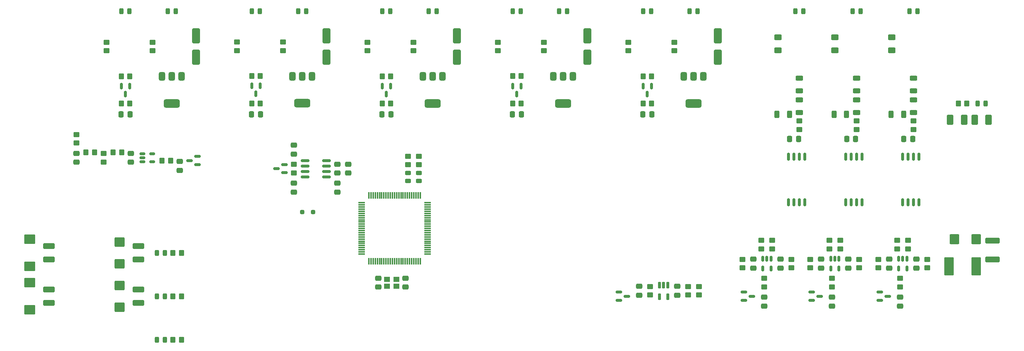
<source format=gtp>
%TF.GenerationSoftware,KiCad,Pcbnew,8.0.4*%
%TF.CreationDate,2025-03-26T21:29:21+03:00*%
%TF.ProjectId,PDU_Control_Board,5044555f-436f-46e7-9472-6f6c5f426f61,rev?*%
%TF.SameCoordinates,Original*%
%TF.FileFunction,Paste,Top*%
%TF.FilePolarity,Positive*%
%FSLAX46Y46*%
G04 Gerber Fmt 4.6, Leading zero omitted, Abs format (unit mm)*
G04 Created by KiCad (PCBNEW 8.0.4) date 2025-03-26 21:29:21*
%MOMM*%
%LPD*%
G01*
G04 APERTURE LIST*
G04 Aperture macros list*
%AMRoundRect*
0 Rectangle with rounded corners*
0 $1 Rounding radius*
0 $2 $3 $4 $5 $6 $7 $8 $9 X,Y pos of 4 corners*
0 Add a 4 corners polygon primitive as box body*
4,1,4,$2,$3,$4,$5,$6,$7,$8,$9,$2,$3,0*
0 Add four circle primitives for the rounded corners*
1,1,$1+$1,$2,$3*
1,1,$1+$1,$4,$5*
1,1,$1+$1,$6,$7*
1,1,$1+$1,$8,$9*
0 Add four rect primitives between the rounded corners*
20,1,$1+$1,$2,$3,$4,$5,0*
20,1,$1+$1,$4,$5,$6,$7,0*
20,1,$1+$1,$6,$7,$8,$9,0*
20,1,$1+$1,$8,$9,$2,$3,0*%
G04 Aperture macros list end*
%ADD10RoundRect,0.150000X-0.150000X0.587500X-0.150000X-0.587500X0.150000X-0.587500X0.150000X0.587500X0*%
%ADD11RoundRect,0.250000X0.475000X-0.337500X0.475000X0.337500X-0.475000X0.337500X-0.475000X-0.337500X0*%
%ADD12RoundRect,0.250000X-0.350000X-0.450000X0.350000X-0.450000X0.350000X0.450000X-0.350000X0.450000X0*%
%ADD13RoundRect,0.075000X0.075000X-0.725000X0.075000X0.725000X-0.075000X0.725000X-0.075000X-0.725000X0*%
%ADD14RoundRect,0.075000X0.725000X-0.075000X0.725000X0.075000X-0.725000X0.075000X-0.725000X-0.075000X0*%
%ADD15RoundRect,0.250000X-1.025000X0.875000X-1.025000X-0.875000X1.025000X-0.875000X1.025000X0.875000X0*%
%ADD16RoundRect,0.250000X-0.450000X0.350000X-0.450000X-0.350000X0.450000X-0.350000X0.450000X0.350000X0*%
%ADD17RoundRect,0.250000X0.350000X0.450000X-0.350000X0.450000X-0.350000X-0.450000X0.350000X-0.450000X0*%
%ADD18RoundRect,0.150000X-0.587500X-0.150000X0.587500X-0.150000X0.587500X0.150000X-0.587500X0.150000X0*%
%ADD19RoundRect,0.243750X-0.243750X-0.456250X0.243750X-0.456250X0.243750X0.456250X-0.243750X0.456250X0*%
%ADD20RoundRect,0.150000X-0.150000X0.750000X-0.150000X-0.750000X0.150000X-0.750000X0.150000X0.750000X0*%
%ADD21RoundRect,0.250000X0.625000X-0.312500X0.625000X0.312500X-0.625000X0.312500X-0.625000X-0.312500X0*%
%ADD22R,1.400000X1.200000*%
%ADD23RoundRect,0.250000X0.450000X-0.350000X0.450000X0.350000X-0.450000X0.350000X-0.450000X-0.350000X0*%
%ADD24RoundRect,0.375000X-0.375000X0.625000X-0.375000X-0.625000X0.375000X-0.625000X0.375000X0.625000X0*%
%ADD25RoundRect,0.500000X-1.400000X0.500000X-1.400000X-0.500000X1.400000X-0.500000X1.400000X0.500000X0*%
%ADD26RoundRect,0.250000X-0.475000X0.337500X-0.475000X-0.337500X0.475000X-0.337500X0.475000X0.337500X0*%
%ADD27RoundRect,0.243750X0.243750X0.456250X-0.243750X0.456250X-0.243750X-0.456250X0.243750X-0.456250X0*%
%ADD28RoundRect,0.250000X0.337500X0.475000X-0.337500X0.475000X-0.337500X-0.475000X0.337500X-0.475000X0*%
%ADD29RoundRect,0.250000X-0.925000X0.875000X-0.925000X-0.875000X0.925000X-0.875000X0.925000X0.875000X0*%
%ADD30RoundRect,0.150000X0.825000X0.150000X-0.825000X0.150000X-0.825000X-0.150000X0.825000X-0.150000X0*%
%ADD31RoundRect,0.250001X-0.499999X-0.924999X0.499999X-0.924999X0.499999X0.924999X-0.499999X0.924999X0*%
%ADD32RoundRect,0.250000X-0.650000X1.500000X-0.650000X-1.500000X0.650000X-1.500000X0.650000X1.500000X0*%
%ADD33RoundRect,0.250000X1.450000X-0.400000X1.450000X0.400000X-1.450000X0.400000X-1.450000X-0.400000X0*%
%ADD34RoundRect,0.150000X-0.150000X0.512500X-0.150000X-0.512500X0.150000X-0.512500X0.150000X0.512500X0*%
%ADD35RoundRect,0.162500X-0.162500X0.617500X-0.162500X-0.617500X0.162500X-0.617500X0.162500X0.617500X0*%
%ADD36RoundRect,0.243750X-0.456250X0.243750X-0.456250X-0.243750X0.456250X-0.243750X0.456250X0.243750X0*%
%ADD37RoundRect,0.150000X0.587500X0.150000X-0.587500X0.150000X-0.587500X-0.150000X0.587500X-0.150000X0*%
%ADD38RoundRect,0.250000X0.625000X-0.400000X0.625000X0.400000X-0.625000X0.400000X-0.625000X-0.400000X0*%
%ADD39RoundRect,0.250000X-1.100000X0.412500X-1.100000X-0.412500X1.100000X-0.412500X1.100000X0.412500X0*%
%ADD40RoundRect,0.250000X-0.250000X-0.250000X0.250000X-0.250000X0.250000X0.250000X-0.250000X0.250000X0*%
%ADD41RoundRect,0.250001X0.499999X0.924999X-0.499999X0.924999X-0.499999X-0.924999X0.499999X-0.924999X0*%
%ADD42RoundRect,0.250000X-0.312500X-0.625000X0.312500X-0.625000X0.312500X0.625000X-0.312500X0.625000X0*%
%ADD43RoundRect,0.250000X1.100000X-0.412500X1.100000X0.412500X-1.100000X0.412500X-1.100000X-0.412500X0*%
%ADD44RoundRect,0.150000X-0.512500X-0.150000X0.512500X-0.150000X0.512500X0.150000X-0.512500X0.150000X0*%
%ADD45RoundRect,0.250000X0.875000X0.925000X-0.875000X0.925000X-0.875000X-0.925000X0.875000X-0.925000X0*%
%ADD46RoundRect,0.250000X0.875000X1.875000X-0.875000X1.875000X-0.875000X-1.875000X0.875000X-1.875000X0*%
G04 APERTURE END LIST*
D10*
%TO.C,Q10*%
X248600000Y-181950500D03*
X246700000Y-181950500D03*
X247650000Y-183825500D03*
%TD*%
D11*
%TO.C,C30*%
X416560000Y-224557500D03*
X416560000Y-222482500D03*
%TD*%
%TO.C,C19*%
X297180000Y-202332500D03*
X297180000Y-200257500D03*
%TD*%
D12*
%TO.C,R67*%
X307610000Y-179705000D03*
X309610000Y-179705000D03*
%TD*%
D13*
%TO.C,U2*%
X304515000Y-222940000D03*
X305015000Y-222940000D03*
X305515000Y-222940000D03*
X306015000Y-222940000D03*
X306515000Y-222940000D03*
X307015000Y-222940000D03*
X307515000Y-222940000D03*
X308015000Y-222940000D03*
X308515000Y-222940000D03*
X309015000Y-222940000D03*
X309515000Y-222940000D03*
X310015000Y-222940000D03*
X310515000Y-222940000D03*
X311015000Y-222940000D03*
X311515000Y-222940000D03*
X312015000Y-222940000D03*
X312515000Y-222940000D03*
X313015000Y-222940000D03*
X313515000Y-222940000D03*
X314015000Y-222940000D03*
X314515000Y-222940000D03*
X315015000Y-222940000D03*
X315515000Y-222940000D03*
X316015000Y-222940000D03*
X316515000Y-222940000D03*
D14*
X318190000Y-221265000D03*
X318190000Y-220765000D03*
X318190000Y-220265000D03*
X318190000Y-219765000D03*
X318190000Y-219265000D03*
X318190000Y-218765000D03*
X318190000Y-218265000D03*
X318190000Y-217765000D03*
X318190000Y-217265000D03*
X318190000Y-216765000D03*
X318190000Y-216265000D03*
X318190000Y-215765000D03*
X318190000Y-215265000D03*
X318190000Y-214765000D03*
X318190000Y-214265000D03*
X318190000Y-213765000D03*
X318190000Y-213265000D03*
X318190000Y-212765000D03*
X318190000Y-212265000D03*
X318190000Y-211765000D03*
X318190000Y-211265000D03*
X318190000Y-210765000D03*
X318190000Y-210265000D03*
X318190000Y-209765000D03*
X318190000Y-209265000D03*
D13*
X316515000Y-207590000D03*
X316015000Y-207590000D03*
X315515000Y-207590000D03*
X315015000Y-207590000D03*
X314515000Y-207590000D03*
X314015000Y-207590000D03*
X313515000Y-207590000D03*
X313015000Y-207590000D03*
X312515000Y-207590000D03*
X312015000Y-207590000D03*
X311515000Y-207590000D03*
X311015000Y-207590000D03*
X310515000Y-207590000D03*
X310015000Y-207590000D03*
X309515000Y-207590000D03*
X309015000Y-207590000D03*
X308515000Y-207590000D03*
X308015000Y-207590000D03*
X307515000Y-207590000D03*
X307015000Y-207590000D03*
X306515000Y-207590000D03*
X306015000Y-207590000D03*
X305515000Y-207590000D03*
X305015000Y-207590000D03*
X304515000Y-207590000D03*
D14*
X302840000Y-209265000D03*
X302840000Y-209765000D03*
X302840000Y-210265000D03*
X302840000Y-210765000D03*
X302840000Y-211265000D03*
X302840000Y-211765000D03*
X302840000Y-212265000D03*
X302840000Y-212765000D03*
X302840000Y-213265000D03*
X302840000Y-213765000D03*
X302840000Y-214265000D03*
X302840000Y-214765000D03*
X302840000Y-215265000D03*
X302840000Y-215765000D03*
X302840000Y-216265000D03*
X302840000Y-216765000D03*
X302840000Y-217265000D03*
X302840000Y-217765000D03*
X302840000Y-218265000D03*
X302840000Y-218765000D03*
X302840000Y-219265000D03*
X302840000Y-219765000D03*
X302840000Y-220265000D03*
X302840000Y-220765000D03*
X302840000Y-221265000D03*
%TD*%
D15*
%TO.C,C66*%
X225298000Y-227940000D03*
X225298000Y-234340000D03*
%TD*%
D16*
%TO.C,R39*%
X412750000Y-226965000D03*
X412750000Y-228965000D03*
%TD*%
%TO.C,R56*%
X428625000Y-226965000D03*
X428625000Y-228965000D03*
%TD*%
%TO.C,R9*%
X379095000Y-228870000D03*
X379095000Y-230870000D03*
%TD*%
D17*
%TO.C,R37*%
X444230000Y-186055000D03*
X442230000Y-186055000D03*
%TD*%
D18*
%TO.C,D17*%
X408002500Y-230190000D03*
X408002500Y-232090000D03*
X409877500Y-231140000D03*
%TD*%
D19*
%TO.C,D20*%
X246712500Y-164465000D03*
X248587500Y-164465000D03*
%TD*%
%TO.C,D21*%
X368632500Y-164465000D03*
X370507500Y-164465000D03*
%TD*%
D20*
%TO.C,D34*%
X406400000Y-198510000D03*
X405130000Y-198510000D03*
X403860000Y-198510000D03*
X402590000Y-198510000D03*
X402590000Y-209160000D03*
X403860000Y-209160000D03*
X405130000Y-209160000D03*
X406400000Y-209160000D03*
%TD*%
D21*
%TO.C,R88*%
X405130000Y-188152500D03*
X405130000Y-185227500D03*
%TD*%
D12*
%TO.C,R73*%
X246650000Y-179705000D03*
X248650000Y-179705000D03*
%TD*%
D22*
%TO.C,Y2*%
X310980000Y-227165000D03*
X308780000Y-227165000D03*
X308780000Y-228765000D03*
X310980000Y-228765000D03*
%TD*%
D23*
%TO.C,R86*%
X405100000Y-192135000D03*
X405100000Y-190135000D03*
%TD*%
D24*
%TO.C,Q2*%
X321705000Y-179730000D03*
X319405000Y-179730000D03*
X317105000Y-179730000D03*
D25*
X319405000Y-186030000D03*
%TD*%
D16*
%TO.C,R28*%
X427990000Y-218075000D03*
X427990000Y-220075000D03*
%TD*%
D12*
%TO.C,R65*%
X277130000Y-179630000D03*
X279130000Y-179630000D03*
%TD*%
D11*
%TO.C,C8*%
X400685000Y-224557500D03*
X400685000Y-222482500D03*
%TD*%
D16*
%TO.C,R36*%
X242570000Y-197755000D03*
X242570000Y-199755000D03*
%TD*%
D26*
%TO.C,C38*%
X426085000Y-222482500D03*
X426085000Y-224557500D03*
%TD*%
D27*
%TO.C,D15*%
X256842500Y-241300000D03*
X254967500Y-241300000D03*
%TD*%
D16*
%TO.C,R6*%
X287020000Y-200295000D03*
X287020000Y-202295000D03*
%TD*%
D21*
%TO.C,R23*%
X431800000Y-183072500D03*
X431800000Y-180147500D03*
%TD*%
D28*
%TO.C,C52*%
X418232500Y-194310000D03*
X416157500Y-194310000D03*
%TD*%
D19*
%TO.C,D23*%
X307672500Y-164465000D03*
X309547500Y-164465000D03*
%TD*%
D23*
%TO.C,R17*%
X418465000Y-192135000D03*
X418465000Y-190135000D03*
%TD*%
D29*
%TO.C,C70*%
X246253000Y-228590000D03*
X246253000Y-233690000D03*
%TD*%
D30*
%TO.C,D1*%
X294575000Y-203200000D03*
X294575000Y-201930000D03*
X294575000Y-200660000D03*
X294575000Y-199390000D03*
X289625000Y-199390000D03*
X289625000Y-200660000D03*
X289625000Y-201930000D03*
X289625000Y-203200000D03*
%TD*%
D20*
%TO.C,D35*%
X419735000Y-198510000D03*
X418465000Y-198510000D03*
X417195000Y-198510000D03*
X415925000Y-198510000D03*
X415925000Y-209160000D03*
X417195000Y-209160000D03*
X418465000Y-209160000D03*
X419735000Y-209160000D03*
%TD*%
D31*
%TO.C,C65*%
X440335000Y-189865000D03*
X443585000Y-189865000D03*
%TD*%
D32*
%TO.C,D6*%
X325120000Y-170220000D03*
X325120000Y-175220000D03*
%TD*%
D12*
%TO.C,R69*%
X338090000Y-179638000D03*
X340090000Y-179638000D03*
%TD*%
D17*
%TO.C,R72*%
X370570000Y-186055000D03*
X368570000Y-186055000D03*
%TD*%
D23*
%TO.C,R33*%
X316230000Y-200390000D03*
X316230000Y-198390000D03*
%TD*%
%TO.C,R7*%
X381635000Y-230870000D03*
X381635000Y-228870000D03*
%TD*%
D12*
%TO.C,R38*%
X258715000Y-231140000D03*
X260715000Y-231140000D03*
%TD*%
D11*
%TO.C,C20*%
X287020000Y-197887500D03*
X287020000Y-195812500D03*
%TD*%
D10*
%TO.C,Q9*%
X370520000Y-181942500D03*
X368620000Y-181942500D03*
X369570000Y-183817500D03*
%TD*%
D26*
%TO.C,C32*%
X412750000Y-231372500D03*
X412750000Y-233447500D03*
%TD*%
D32*
%TO.C,D7*%
X294640000Y-170220000D03*
X294640000Y-175220000D03*
%TD*%
D33*
%TO.C,L1*%
X450215000Y-222570000D03*
X450215000Y-218120000D03*
%TD*%
D19*
%TO.C,D9*%
X287987500Y-164465000D03*
X289862500Y-164465000D03*
%TD*%
D34*
%TO.C,U1*%
X398460000Y-222382500D03*
X397510000Y-222382500D03*
X396560000Y-222382500D03*
X396560000Y-224657500D03*
X398460000Y-224657500D03*
%TD*%
D10*
%TO.C,Q6*%
X279080000Y-181867500D03*
X277180000Y-181867500D03*
X278130000Y-183742500D03*
%TD*%
D23*
%TO.C,R34*%
X313690000Y-200390000D03*
X313690000Y-198390000D03*
%TD*%
D35*
%TO.C,U4*%
X374330000Y-228520000D03*
X373380000Y-228520000D03*
X372430000Y-228520000D03*
X372430000Y-231220000D03*
X374330000Y-231220000D03*
%TD*%
D16*
%TO.C,R47*%
X407670000Y-222520000D03*
X407670000Y-224520000D03*
%TD*%
D36*
%TO.C,D38*%
X316230000Y-202262500D03*
X316230000Y-204137500D03*
%TD*%
D11*
%TO.C,C28*%
X367665000Y-230907500D03*
X367665000Y-228832500D03*
%TD*%
D37*
%TO.C,D2*%
X284782500Y-202245000D03*
X284782500Y-200345000D03*
X282907500Y-201295000D03*
%TD*%
D18*
%TO.C,D18*%
X423877500Y-230190000D03*
X423877500Y-232090000D03*
X425752500Y-231140000D03*
%TD*%
D38*
%TO.C,R82*%
X413385000Y-173635000D03*
X413385000Y-170535000D03*
%TD*%
%TO.C,R83*%
X400130000Y-173635000D03*
X400130000Y-170535000D03*
%TD*%
D16*
%TO.C,R19*%
X414655000Y-218075000D03*
X414655000Y-220075000D03*
%TD*%
D26*
%TO.C,C9*%
X306705000Y-226927500D03*
X306705000Y-229002500D03*
%TD*%
D16*
%TO.C,R80*%
X273685000Y-171645000D03*
X273685000Y-173645000D03*
%TD*%
D28*
%TO.C,C39*%
X279167500Y-188595000D03*
X277092500Y-188595000D03*
%TD*%
D19*
%TO.C,D22*%
X338152500Y-164465000D03*
X340027500Y-164465000D03*
%TD*%
D18*
%TO.C,D5*%
X392127500Y-230190000D03*
X392127500Y-232090000D03*
X394002500Y-231140000D03*
%TD*%
D10*
%TO.C,Q7*%
X309560000Y-181942500D03*
X307660000Y-181942500D03*
X308610000Y-183817500D03*
%TD*%
D17*
%TO.C,R74*%
X248650000Y-186055000D03*
X246650000Y-186055000D03*
%TD*%
D39*
%TO.C,C71*%
X250698000Y-229577500D03*
X250698000Y-232702500D03*
%TD*%
D27*
%TO.C,D27*%
X406067500Y-164465000D03*
X404192500Y-164465000D03*
%TD*%
D38*
%TO.C,R81*%
X426720000Y-173635000D03*
X426720000Y-170535000D03*
%TD*%
D28*
%TO.C,C49*%
X404897500Y-194310000D03*
X402822500Y-194310000D03*
%TD*%
D27*
%TO.C,D26*%
X419402500Y-164465000D03*
X417527500Y-164465000D03*
%TD*%
D34*
%TO.C,U5*%
X430210000Y-222382500D03*
X429260000Y-222382500D03*
X428310000Y-222382500D03*
X428310000Y-224657500D03*
X430210000Y-224657500D03*
%TD*%
D24*
%TO.C,Q3*%
X352185000Y-179730000D03*
X349885000Y-179730000D03*
X347585000Y-179730000D03*
D25*
X349885000Y-186030000D03*
%TD*%
D27*
%TO.C,D25*%
X432737500Y-164465000D03*
X430862500Y-164465000D03*
%TD*%
D26*
%TO.C,C46*%
X248920000Y-197717500D03*
X248920000Y-199792500D03*
%TD*%
D32*
%TO.C,D13*%
X264134000Y-170220000D03*
X264134000Y-175220000D03*
%TD*%
D16*
%TO.C,R5*%
X314960000Y-171720000D03*
X314960000Y-173720000D03*
%TD*%
D11*
%TO.C,C35*%
X432435000Y-224557500D03*
X432435000Y-222482500D03*
%TD*%
D29*
%TO.C,C26*%
X246253000Y-218430000D03*
X246253000Y-223530000D03*
%TD*%
D16*
%TO.C,R12*%
X254000000Y-171720000D03*
X254000000Y-173720000D03*
%TD*%
D12*
%TO.C,R13*%
X258715000Y-241300000D03*
X260715000Y-241300000D03*
%TD*%
D24*
%TO.C,Q5*%
X260745000Y-179730000D03*
X258445000Y-179730000D03*
X256145000Y-179730000D03*
D25*
X258445000Y-186030000D03*
%TD*%
D16*
%TO.C,R29*%
X396240000Y-218075000D03*
X396240000Y-220075000D03*
%TD*%
D23*
%TO.C,R48*%
X434975000Y-224520000D03*
X434975000Y-222520000D03*
%TD*%
D28*
%TO.C,C57*%
X431567500Y-194310000D03*
X429492500Y-194310000D03*
%TD*%
D40*
%TO.C,D3*%
X288945000Y-211455000D03*
X291445000Y-211455000D03*
%TD*%
D15*
%TO.C,C33*%
X225298000Y-217780000D03*
X225298000Y-224180000D03*
%TD*%
D41*
%TO.C,C64*%
X449300000Y-189865000D03*
X446050000Y-189865000D03*
%TD*%
D24*
%TO.C,Q1*%
X291225000Y-179655000D03*
X288925000Y-179655000D03*
X286625000Y-179655000D03*
D25*
X288925000Y-185955000D03*
%TD*%
D26*
%TO.C,C34*%
X410210000Y-222482500D03*
X410210000Y-224557500D03*
%TD*%
D11*
%TO.C,C18*%
X299720000Y-202332500D03*
X299720000Y-200257500D03*
%TD*%
D21*
%TO.C,R89*%
X405130000Y-183072500D03*
X405130000Y-180147500D03*
%TD*%
D16*
%TO.C,R78*%
X334645000Y-171720000D03*
X334645000Y-173720000D03*
%TD*%
D26*
%TO.C,C45*%
X260350000Y-199622500D03*
X260350000Y-201697500D03*
%TD*%
D10*
%TO.C,Q8*%
X340040000Y-181950500D03*
X338140000Y-181950500D03*
X339090000Y-183825500D03*
%TD*%
D39*
%TO.C,C24*%
X250698000Y-219417500D03*
X250698000Y-222542500D03*
%TD*%
D19*
%TO.C,D10*%
X318467500Y-164465000D03*
X320342500Y-164465000D03*
%TD*%
D16*
%TO.C,R10*%
X345440000Y-171720000D03*
X345440000Y-173720000D03*
%TD*%
%TO.C,R4*%
X284480000Y-171645000D03*
X284480000Y-173645000D03*
%TD*%
D42*
%TO.C,R18*%
X413192500Y-188595000D03*
X416117500Y-188595000D03*
%TD*%
D23*
%TO.C,R25*%
X431800000Y-192135000D03*
X431800000Y-190135000D03*
%TD*%
D21*
%TO.C,R15*%
X418465000Y-183072500D03*
X418465000Y-180147500D03*
%TD*%
D12*
%TO.C,R85*%
X244745000Y-197485000D03*
X246745000Y-197485000D03*
%TD*%
D36*
%TO.C,D39*%
X313690000Y-202262500D03*
X313690000Y-204137500D03*
%TD*%
D19*
%TO.C,D40*%
X446737500Y-186055000D03*
X448612500Y-186055000D03*
%TD*%
D16*
%TO.C,R22*%
X396875000Y-226965000D03*
X396875000Y-228965000D03*
%TD*%
D17*
%TO.C,R32*%
X240395000Y-197485000D03*
X238395000Y-197485000D03*
%TD*%
D32*
%TO.C,D4*%
X355600000Y-170220000D03*
X355600000Y-175220000D03*
%TD*%
D21*
%TO.C,R16*%
X418465000Y-188152500D03*
X418465000Y-185227500D03*
%TD*%
D34*
%TO.C,U3*%
X414335000Y-222382500D03*
X413385000Y-222382500D03*
X412435000Y-222382500D03*
X412435000Y-224657500D03*
X414335000Y-224657500D03*
%TD*%
D16*
%TO.C,R26*%
X430530000Y-218075000D03*
X430530000Y-220075000D03*
%TD*%
%TO.C,R30*%
X391795000Y-222520000D03*
X391795000Y-224520000D03*
%TD*%
D32*
%TO.C,D8*%
X386080000Y-170220000D03*
X386080000Y-175220000D03*
%TD*%
D27*
%TO.C,D19*%
X256842500Y-220980000D03*
X254967500Y-220980000D03*
%TD*%
D19*
%TO.C,D24*%
X277192500Y-164465000D03*
X279067500Y-164465000D03*
%TD*%
D24*
%TO.C,Q4*%
X382665000Y-179730000D03*
X380365000Y-179730000D03*
X378065000Y-179730000D03*
D25*
X380365000Y-186030000D03*
%TD*%
D12*
%TO.C,R75*%
X258715000Y-220980000D03*
X260715000Y-220980000D03*
%TD*%
D42*
%TO.C,R27*%
X426527500Y-188595000D03*
X429452500Y-188595000D03*
%TD*%
%TO.C,R87*%
X399857500Y-188595000D03*
X402782500Y-188595000D03*
%TD*%
D28*
%TO.C,C42*%
X370607500Y-188595000D03*
X368532500Y-188595000D03*
%TD*%
D23*
%TO.C,R14*%
X403225000Y-224520000D03*
X403225000Y-222520000D03*
%TD*%
D16*
%TO.C,R76*%
X243205000Y-171720000D03*
X243205000Y-173720000D03*
%TD*%
D43*
%TO.C,C69*%
X229743000Y-232702500D03*
X229743000Y-229577500D03*
%TD*%
D44*
%TO.C,U6*%
X251592500Y-197805000D03*
X251592500Y-198755000D03*
X251592500Y-199705000D03*
X253867500Y-199705000D03*
X253867500Y-197805000D03*
%TD*%
D45*
%TO.C,C62*%
X446415000Y-217805000D03*
X441315000Y-217805000D03*
%TD*%
D11*
%TO.C,C17*%
X287020000Y-206777500D03*
X287020000Y-204702500D03*
%TD*%
D23*
%TO.C,R35*%
X236220000Y-195310000D03*
X236220000Y-193310000D03*
%TD*%
D16*
%TO.C,R21*%
X398780000Y-218075000D03*
X398780000Y-220075000D03*
%TD*%
D17*
%TO.C,R68*%
X309610000Y-186055000D03*
X307610000Y-186055000D03*
%TD*%
D11*
%TO.C,C16*%
X297180000Y-206777500D03*
X297180000Y-204702500D03*
%TD*%
D26*
%TO.C,C27*%
X376555000Y-228832500D03*
X376555000Y-230907500D03*
%TD*%
D12*
%TO.C,R71*%
X368570000Y-179705000D03*
X370570000Y-179705000D03*
%TD*%
D26*
%TO.C,C13*%
X313055000Y-226927500D03*
X313055000Y-229002500D03*
%TD*%
D43*
%TO.C,C25*%
X229743000Y-222542500D03*
X229743000Y-219417500D03*
%TD*%
D16*
%TO.C,R77*%
X365125000Y-171720000D03*
X365125000Y-173720000D03*
%TD*%
D26*
%TO.C,C37*%
X428625000Y-231372500D03*
X428625000Y-233447500D03*
%TD*%
D37*
%TO.C,D28*%
X264462500Y-200340000D03*
X264462500Y-198440000D03*
X262587500Y-199390000D03*
%TD*%
D17*
%TO.C,R70*%
X340090000Y-186055000D03*
X338090000Y-186055000D03*
%TD*%
D27*
%TO.C,D42*%
X256842500Y-231140000D03*
X254967500Y-231140000D03*
%TD*%
D28*
%TO.C,C43*%
X248687500Y-188595000D03*
X246612500Y-188595000D03*
%TD*%
D26*
%TO.C,C23*%
X396875000Y-231372500D03*
X396875000Y-233447500D03*
%TD*%
D16*
%TO.C,R20*%
X412115000Y-218075000D03*
X412115000Y-220075000D03*
%TD*%
%TO.C,R8*%
X370205000Y-228870000D03*
X370205000Y-230870000D03*
%TD*%
D18*
%TO.C,D43*%
X362917500Y-230190000D03*
X362917500Y-232090000D03*
X364792500Y-231140000D03*
%TD*%
D12*
%TO.C,R84*%
X256175000Y-199390000D03*
X258175000Y-199390000D03*
%TD*%
D16*
%TO.C,R79*%
X304165000Y-171720000D03*
X304165000Y-173720000D03*
%TD*%
D19*
%TO.C,D14*%
X257507500Y-164465000D03*
X259382500Y-164465000D03*
%TD*%
D17*
%TO.C,R66*%
X279130000Y-186055000D03*
X277130000Y-186055000D03*
%TD*%
D16*
%TO.C,R64*%
X423545000Y-222520000D03*
X423545000Y-224520000D03*
%TD*%
D28*
%TO.C,C40*%
X309647500Y-188595000D03*
X307572500Y-188595000D03*
%TD*%
D16*
%TO.C,R11*%
X375920000Y-171720000D03*
X375920000Y-173720000D03*
%TD*%
D46*
%TO.C,C63*%
X446430000Y-224155000D03*
X440030000Y-224155000D03*
%TD*%
D26*
%TO.C,C29*%
X394335000Y-222482500D03*
X394335000Y-224557500D03*
%TD*%
D28*
%TO.C,C41*%
X340127500Y-188595000D03*
X338052500Y-188595000D03*
%TD*%
D20*
%TO.C,D36*%
X433070000Y-198510000D03*
X431800000Y-198510000D03*
X430530000Y-198510000D03*
X429260000Y-198510000D03*
X429260000Y-209160000D03*
X430530000Y-209160000D03*
X431800000Y-209160000D03*
X433070000Y-209160000D03*
%TD*%
D19*
%TO.C,D11*%
X348947500Y-164465000D03*
X350822500Y-164465000D03*
%TD*%
D23*
%TO.C,R31*%
X419100000Y-224520000D03*
X419100000Y-222520000D03*
%TD*%
D26*
%TO.C,C67*%
X236220000Y-197717500D03*
X236220000Y-199792500D03*
%TD*%
D19*
%TO.C,D12*%
X379427500Y-164465000D03*
X381302500Y-164465000D03*
%TD*%
D21*
%TO.C,R24*%
X431800000Y-188152500D03*
X431800000Y-185227500D03*
%TD*%
M02*

</source>
